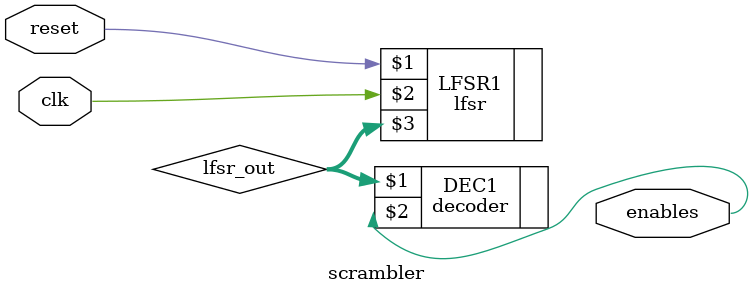
<source format=v>
module scrambler #
(    // width of LFSR
    parameter LFSR_WIDTH = 16,
    // LFSR polynomial
    parameter LFSR_POLY = 16'b11010000000010001,
    // LFSR seed
    parameter LFSR_SEED = 1,
    parameter LFSR_USED_OUT = LFSR_WIDTH,
    // bit-reverse input and output
    parameter OUT_NO = 2**LFSR_USED_OUT-1
)
(reset, clk, enables);
   input reset, clk;
   output enables;
   wire[LFSR_WIDTH-1:0] lfsr_out;
   
   lfsr #(LFSR_WIDTH, LFSR_POLY, LFSR_SEED) LFSR1 (reset, clk, lfsr_out);
   decoder #(LFSR_USED_OUT, OUT_NO) DEC1 (lfsr_out[LFSR_USED_OUT-1:0], enables);
endmodule
</source>
